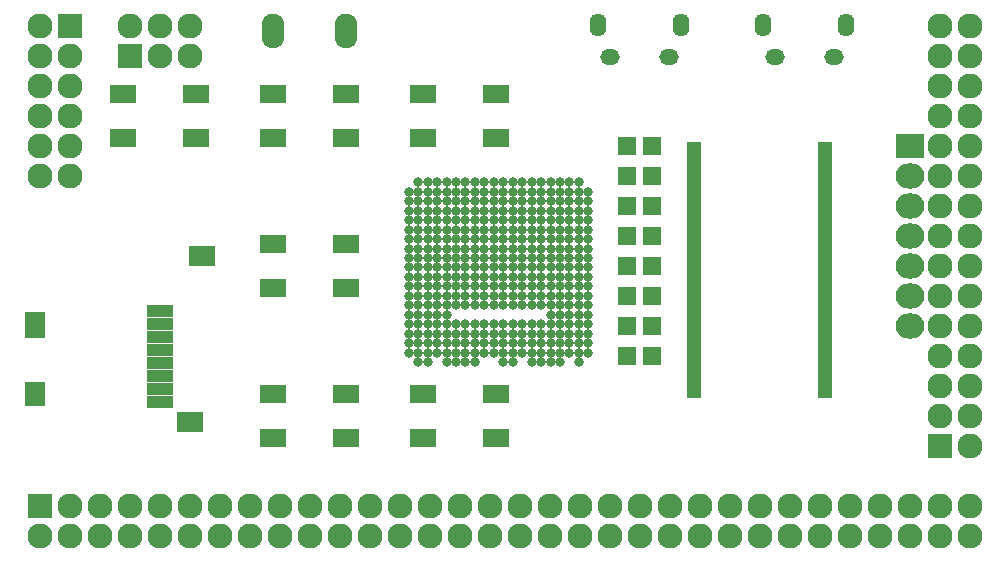
<source format=gbr>
G04 #@! TF.FileFunction,Soldermask,Top*
%FSLAX46Y46*%
G04 Gerber Fmt 4.6, Leading zero omitted, Abs format (unit mm)*
G04 Created by KiCad (PCBNEW 4.0.5+dfsg1-4) date Sun Mar 26 16:44:12 2017*
%MOMM*%
%LPD*%
G01*
G04 APERTURE LIST*
%ADD10C,0.100000*%
%ADD11R,2.200000X1.100000*%
%ADD12R,1.800000X2.000000*%
%ADD13R,1.800000X2.200000*%
%ADD14R,2.300000X1.800000*%
%ADD15O,1.900000X2.950000*%
%ADD16O,1.650000X1.350000*%
%ADD17O,1.400000X1.950000*%
%ADD18R,2.127200X2.127200*%
%ADD19O,2.127200X2.127200*%
%ADD20C,0.800000*%
%ADD21R,1.300000X0.960000*%
%ADD22R,2.200000X1.500000*%
%ADD23R,1.598880X1.598880*%
%ADD24R,2.432000X2.127200*%
%ADD25O,2.432000X2.127200*%
G04 APERTURE END LIST*
D10*
D11*
X106800000Y-88090000D03*
X106800000Y-89190000D03*
X106800000Y-90290000D03*
X106800000Y-91390000D03*
X106800000Y-92490000D03*
X106800000Y-93590000D03*
X106800000Y-94690000D03*
X106800000Y-95790000D03*
D12*
X96200000Y-95080000D03*
D13*
X96200000Y-89280000D03*
D14*
X109350000Y-97480000D03*
X110350000Y-83430000D03*
D15*
X116400000Y-64390000D03*
X122600000Y-64390000D03*
D16*
X144940000Y-66580000D03*
X149940000Y-66580000D03*
D17*
X143940000Y-63880000D03*
X150940000Y-63880000D03*
D16*
X158910000Y-66580000D03*
X163910000Y-66580000D03*
D17*
X157910000Y-63880000D03*
X164910000Y-63880000D03*
D18*
X96640000Y-104600000D03*
D19*
X96640000Y-107140000D03*
X99180000Y-104600000D03*
X99180000Y-107140000D03*
X101720000Y-104600000D03*
X101720000Y-107140000D03*
X104260000Y-104600000D03*
X104260000Y-107140000D03*
X106800000Y-104600000D03*
X106800000Y-107140000D03*
X109340000Y-104600000D03*
X109340000Y-107140000D03*
X111880000Y-104600000D03*
X111880000Y-107140000D03*
X114420000Y-104600000D03*
X114420000Y-107140000D03*
X116960000Y-104600000D03*
X116960000Y-107140000D03*
X119500000Y-104600000D03*
X119500000Y-107140000D03*
X122040000Y-104600000D03*
X122040000Y-107140000D03*
X124580000Y-104600000D03*
X124580000Y-107140000D03*
X127120000Y-104600000D03*
X127120000Y-107140000D03*
X129660000Y-104600000D03*
X129660000Y-107140000D03*
X132200000Y-104600000D03*
X132200000Y-107140000D03*
X134740000Y-104600000D03*
X134740000Y-107140000D03*
X137280000Y-104600000D03*
X137280000Y-107140000D03*
X139820000Y-104600000D03*
X139820000Y-107140000D03*
X142360000Y-104600000D03*
X142360000Y-107140000D03*
X144900000Y-104600000D03*
X144900000Y-107140000D03*
X147440000Y-104600000D03*
X147440000Y-107140000D03*
X149980000Y-104600000D03*
X149980000Y-107140000D03*
X152520000Y-104600000D03*
X152520000Y-107140000D03*
X155060000Y-104600000D03*
X155060000Y-107140000D03*
X157600000Y-104600000D03*
X157600000Y-107140000D03*
X160140000Y-104600000D03*
X160140000Y-107140000D03*
X162680000Y-104600000D03*
X162680000Y-107140000D03*
X165220000Y-104600000D03*
X165220000Y-107140000D03*
X167760000Y-104600000D03*
X167760000Y-107140000D03*
X170300000Y-104600000D03*
X170300000Y-107140000D03*
X172840000Y-104600000D03*
X172840000Y-107140000D03*
X175380000Y-104600000D03*
X175380000Y-107140000D03*
D18*
X172840000Y-99520000D03*
D19*
X175380000Y-99520000D03*
X172840000Y-96980000D03*
X175380000Y-96980000D03*
X172840000Y-94440000D03*
X175380000Y-94440000D03*
X172840000Y-91900000D03*
X175380000Y-91900000D03*
X172840000Y-89360000D03*
X175380000Y-89360000D03*
X172840000Y-86820000D03*
X175380000Y-86820000D03*
X172840000Y-84280000D03*
X175380000Y-84280000D03*
X172840000Y-81740000D03*
X175380000Y-81740000D03*
X172840000Y-79200000D03*
X175380000Y-79200000D03*
X172840000Y-76660000D03*
X175380000Y-76660000D03*
X172840000Y-74120000D03*
X175380000Y-74120000D03*
X172840000Y-71580000D03*
X175380000Y-71580000D03*
X172840000Y-69040000D03*
X175380000Y-69040000D03*
X172840000Y-66500000D03*
X175380000Y-66500000D03*
X172840000Y-63960000D03*
X175380000Y-63960000D03*
D18*
X99180000Y-63960000D03*
D19*
X96640000Y-63960000D03*
X99180000Y-66500000D03*
X96640000Y-66500000D03*
X99180000Y-69040000D03*
X96640000Y-69040000D03*
X99180000Y-71580000D03*
X96640000Y-71580000D03*
X99180000Y-74120000D03*
X96640000Y-74120000D03*
X99180000Y-76660000D03*
X96640000Y-76660000D03*
D20*
X128680000Y-77200000D03*
X129480000Y-77200000D03*
X130280000Y-77200000D03*
X131080000Y-77200000D03*
X131880000Y-77200000D03*
X132680000Y-77200000D03*
X133480000Y-77200000D03*
X134280000Y-77200000D03*
X135080000Y-77200000D03*
X135880000Y-77200000D03*
X136680000Y-77200000D03*
X137480000Y-77200000D03*
X138280000Y-77200000D03*
X139080000Y-77200000D03*
X139880000Y-77200000D03*
X140680000Y-77200000D03*
X141480000Y-77200000D03*
X142280000Y-77200000D03*
X127880000Y-78000000D03*
X128680000Y-78000000D03*
X129480000Y-78000000D03*
X130280000Y-78000000D03*
X131080000Y-78000000D03*
X131880000Y-78000000D03*
X132680000Y-78000000D03*
X133480000Y-78000000D03*
X134280000Y-78000000D03*
X135080000Y-78000000D03*
X135880000Y-78000000D03*
X136680000Y-78000000D03*
X137480000Y-78000000D03*
X138280000Y-78000000D03*
X139080000Y-78000000D03*
X139880000Y-78000000D03*
X140680000Y-78000000D03*
X141480000Y-78000000D03*
X142280000Y-78000000D03*
X143080000Y-78000000D03*
X127880000Y-78800000D03*
X128680000Y-78800000D03*
X129480000Y-78800000D03*
X130280000Y-78800000D03*
X131080000Y-78800000D03*
X131880000Y-78800000D03*
X132680000Y-78800000D03*
X133480000Y-78800000D03*
X134280000Y-78800000D03*
X135080000Y-78800000D03*
X135880000Y-78800000D03*
X136680000Y-78800000D03*
X137480000Y-78800000D03*
X138280000Y-78800000D03*
X139080000Y-78800000D03*
X139880000Y-78800000D03*
X140680000Y-78800000D03*
X141480000Y-78800000D03*
X142280000Y-78800000D03*
X143080000Y-78800000D03*
X127880000Y-79600000D03*
X128680000Y-79600000D03*
X129480000Y-79600000D03*
X130280000Y-79600000D03*
X131080000Y-79600000D03*
X131880000Y-79600000D03*
X132680000Y-79600000D03*
X133480000Y-79600000D03*
X134280000Y-79600000D03*
X135080000Y-79600000D03*
X135880000Y-79600000D03*
X136680000Y-79600000D03*
X137480000Y-79600000D03*
X138280000Y-79600000D03*
X139080000Y-79600000D03*
X139880000Y-79600000D03*
X140680000Y-79600000D03*
X141480000Y-79600000D03*
X142280000Y-79600000D03*
X143080000Y-79600000D03*
X127880000Y-80400000D03*
X128680000Y-80400000D03*
X129480000Y-80400000D03*
X130280000Y-80400000D03*
X131080000Y-80400000D03*
X131880000Y-80400000D03*
X132680000Y-80400000D03*
X133480000Y-80400000D03*
X134280000Y-80400000D03*
X135080000Y-80400000D03*
X135880000Y-80400000D03*
X136680000Y-80400000D03*
X137480000Y-80400000D03*
X138280000Y-80400000D03*
X139080000Y-80400000D03*
X139880000Y-80400000D03*
X140680000Y-80400000D03*
X141480000Y-80400000D03*
X142280000Y-80400000D03*
X143080000Y-80400000D03*
X127880000Y-81200000D03*
X128680000Y-81200000D03*
X129480000Y-81200000D03*
X130280000Y-81200000D03*
X131080000Y-81200000D03*
X131880000Y-81200000D03*
X132680000Y-81200000D03*
X133480000Y-81200000D03*
X134280000Y-81200000D03*
X135080000Y-81200000D03*
X135880000Y-81200000D03*
X136680000Y-81200000D03*
X137480000Y-81200000D03*
X138280000Y-81200000D03*
X139080000Y-81200000D03*
X139880000Y-81200000D03*
X140680000Y-81200000D03*
X141480000Y-81200000D03*
X142280000Y-81200000D03*
X143080000Y-81200000D03*
X127880000Y-82000000D03*
X128680000Y-82000000D03*
X129480000Y-82000000D03*
X130280000Y-82000000D03*
X131080000Y-82000000D03*
X131880000Y-82000000D03*
X132680000Y-82000000D03*
X133480000Y-82000000D03*
X134280000Y-82000000D03*
X135080000Y-82000000D03*
X135880000Y-82000000D03*
X136680000Y-82000000D03*
X137480000Y-82000000D03*
X138280000Y-82000000D03*
X139080000Y-82000000D03*
X139880000Y-82000000D03*
X140680000Y-82000000D03*
X141480000Y-82000000D03*
X142280000Y-82000000D03*
X143080000Y-82000000D03*
X127880000Y-82800000D03*
X128680000Y-82800000D03*
X129480000Y-82800000D03*
X130280000Y-82800000D03*
X131080000Y-82800000D03*
X131880000Y-82800000D03*
X132680000Y-82800000D03*
X133480000Y-82800000D03*
X134280000Y-82800000D03*
X135080000Y-82800000D03*
X135880000Y-82800000D03*
X136680000Y-82800000D03*
X137480000Y-82800000D03*
X138280000Y-82800000D03*
X139080000Y-82800000D03*
X139880000Y-82800000D03*
X140680000Y-82800000D03*
X141480000Y-82800000D03*
X142280000Y-82800000D03*
X143080000Y-82800000D03*
X127880000Y-83600000D03*
X128680000Y-83600000D03*
X129480000Y-83600000D03*
X130280000Y-83600000D03*
X131080000Y-83600000D03*
X131880000Y-83600000D03*
X132680000Y-83600000D03*
X133480000Y-83600000D03*
X134280000Y-83600000D03*
X135080000Y-83600000D03*
X135880000Y-83600000D03*
X136680000Y-83600000D03*
X137480000Y-83600000D03*
X138280000Y-83600000D03*
X139080000Y-83600000D03*
X139880000Y-83600000D03*
X140680000Y-83600000D03*
X141480000Y-83600000D03*
X142280000Y-83600000D03*
X143080000Y-83600000D03*
X127880000Y-84400000D03*
X128680000Y-84400000D03*
X129480000Y-84400000D03*
X130280000Y-84400000D03*
X131080000Y-84400000D03*
X131880000Y-84400000D03*
X132680000Y-84400000D03*
X133480000Y-84400000D03*
X134280000Y-84400000D03*
X135080000Y-84400000D03*
X135880000Y-84400000D03*
X136680000Y-84400000D03*
X137480000Y-84400000D03*
X138280000Y-84400000D03*
X139080000Y-84400000D03*
X139880000Y-84400000D03*
X140680000Y-84400000D03*
X141480000Y-84400000D03*
X142280000Y-84400000D03*
X143080000Y-84400000D03*
X127880000Y-85200000D03*
X128680000Y-85200000D03*
X129480000Y-85200000D03*
X130280000Y-85200000D03*
X131080000Y-85200000D03*
X131880000Y-85200000D03*
X132680000Y-85200000D03*
X133480000Y-85200000D03*
X134280000Y-85200000D03*
X135080000Y-85200000D03*
X135880000Y-85200000D03*
X136680000Y-85200000D03*
X137480000Y-85200000D03*
X138280000Y-85200000D03*
X139080000Y-85200000D03*
X139880000Y-85200000D03*
X140680000Y-85200000D03*
X141480000Y-85200000D03*
X142280000Y-85200000D03*
X143080000Y-85200000D03*
X127880000Y-86000000D03*
X128680000Y-86000000D03*
X129480000Y-86000000D03*
X130280000Y-86000000D03*
X131080000Y-86000000D03*
X131880000Y-86000000D03*
X132680000Y-86000000D03*
X133480000Y-86000000D03*
X134280000Y-86000000D03*
X135080000Y-86000000D03*
X135880000Y-86000000D03*
X136680000Y-86000000D03*
X137480000Y-86000000D03*
X138280000Y-86000000D03*
X139080000Y-86000000D03*
X139880000Y-86000000D03*
X140680000Y-86000000D03*
X141480000Y-86000000D03*
X142280000Y-86000000D03*
X143080000Y-86000000D03*
X127880000Y-86800000D03*
X128680000Y-86800000D03*
X129480000Y-86800000D03*
X130280000Y-86800000D03*
X131080000Y-86800000D03*
X131880000Y-86800000D03*
X132680000Y-86800000D03*
X133480000Y-86800000D03*
X134280000Y-86800000D03*
X135080000Y-86800000D03*
X135880000Y-86800000D03*
X136680000Y-86800000D03*
X137480000Y-86800000D03*
X138280000Y-86800000D03*
X139080000Y-86800000D03*
X139880000Y-86800000D03*
X140680000Y-86800000D03*
X141480000Y-86800000D03*
X142280000Y-86800000D03*
X143080000Y-86800000D03*
X127880000Y-87600000D03*
X128680000Y-87600000D03*
X129480000Y-87600000D03*
X130280000Y-87600000D03*
X131080000Y-87600000D03*
X131880000Y-87600000D03*
X132680000Y-87600000D03*
X133480000Y-87600000D03*
X134280000Y-87600000D03*
X135080000Y-87600000D03*
X135880000Y-87600000D03*
X136680000Y-87600000D03*
X137480000Y-87600000D03*
X138280000Y-87600000D03*
X139080000Y-87600000D03*
X139880000Y-87600000D03*
X140680000Y-87600000D03*
X141480000Y-87600000D03*
X142280000Y-87600000D03*
X143080000Y-87600000D03*
X127880000Y-88400000D03*
X128680000Y-88400000D03*
X129480000Y-88400000D03*
X130280000Y-88400000D03*
X131080000Y-88400000D03*
X139880000Y-88400000D03*
X140680000Y-88400000D03*
X141480000Y-88400000D03*
X142280000Y-88400000D03*
X143080000Y-88400000D03*
X127880000Y-89200000D03*
X128680000Y-89200000D03*
X129480000Y-89200000D03*
X130280000Y-89200000D03*
X131080000Y-89200000D03*
X131880000Y-89200000D03*
X132680000Y-89200000D03*
X133480000Y-89200000D03*
X134280000Y-89200000D03*
X135080000Y-89200000D03*
X135880000Y-89200000D03*
X136680000Y-89200000D03*
X137480000Y-89200000D03*
X138280000Y-89200000D03*
X139080000Y-89200000D03*
X139880000Y-89200000D03*
X140680000Y-89200000D03*
X141480000Y-89200000D03*
X142280000Y-89200000D03*
X143080000Y-89200000D03*
X127880000Y-90000000D03*
X128680000Y-90000000D03*
X129480000Y-90000000D03*
X130280000Y-90000000D03*
X131080000Y-90000000D03*
X131880000Y-90000000D03*
X132680000Y-90000000D03*
X133480000Y-90000000D03*
X134280000Y-90000000D03*
X135080000Y-90000000D03*
X135880000Y-90000000D03*
X136680000Y-90000000D03*
X137480000Y-90000000D03*
X138280000Y-90000000D03*
X139080000Y-90000000D03*
X139880000Y-90000000D03*
X140680000Y-90000000D03*
X141480000Y-90000000D03*
X142280000Y-90000000D03*
X143080000Y-90000000D03*
X127880000Y-90800000D03*
X128680000Y-90800000D03*
X129480000Y-90800000D03*
X130280000Y-90800000D03*
X131080000Y-90800000D03*
X131880000Y-90800000D03*
X132680000Y-90800000D03*
X133480000Y-90800000D03*
X134280000Y-90800000D03*
X135080000Y-90800000D03*
X135880000Y-90800000D03*
X136680000Y-90800000D03*
X137480000Y-90800000D03*
X138280000Y-90800000D03*
X139080000Y-90800000D03*
X139880000Y-90800000D03*
X140680000Y-90800000D03*
X141480000Y-90800000D03*
X142280000Y-90800000D03*
X143080000Y-90800000D03*
X127880000Y-91600000D03*
X128680000Y-91600000D03*
X129480000Y-91600000D03*
X130280000Y-91600000D03*
X131080000Y-91600000D03*
X131880000Y-91600000D03*
X132680000Y-91600000D03*
X133480000Y-91600000D03*
X134280000Y-91600000D03*
X135080000Y-91600000D03*
X135880000Y-91600000D03*
X136680000Y-91600000D03*
X137480000Y-91600000D03*
X138280000Y-91600000D03*
X139080000Y-91600000D03*
X139880000Y-91600000D03*
X140680000Y-91600000D03*
X141480000Y-91600000D03*
X142280000Y-91600000D03*
X143080000Y-91600000D03*
X128680000Y-92400000D03*
X129480000Y-92400000D03*
X131080000Y-92400000D03*
X131880000Y-92400000D03*
X132680000Y-92400000D03*
X133480000Y-92400000D03*
X135880000Y-92400000D03*
X136680000Y-92400000D03*
X138280000Y-92400000D03*
X139080000Y-92400000D03*
X139880000Y-92400000D03*
X140680000Y-92400000D03*
X142280000Y-92400000D03*
D18*
X104260000Y-66500000D03*
D19*
X104260000Y-63960000D03*
X106800000Y-66500000D03*
X106800000Y-63960000D03*
X109340000Y-66500000D03*
X109340000Y-63960000D03*
D21*
X152070000Y-74195000D03*
X163130000Y-94995000D03*
X163130000Y-94195000D03*
X163130000Y-93395000D03*
X163130000Y-92595000D03*
X163130000Y-91795000D03*
X163130000Y-90995000D03*
X163130000Y-90195000D03*
X163130000Y-89395000D03*
X163130000Y-88595000D03*
X163130000Y-87795000D03*
X163130000Y-86995000D03*
X163130000Y-86195000D03*
X163130000Y-85395000D03*
X163130000Y-84595000D03*
X163130000Y-83795000D03*
X163130000Y-82995000D03*
X163130000Y-82195000D03*
X163130000Y-81395000D03*
X163130000Y-80595000D03*
X163130000Y-79795000D03*
X163130000Y-78995000D03*
X163130000Y-78195000D03*
X163130000Y-77395000D03*
X163130000Y-76595000D03*
X163130000Y-75795000D03*
X163130000Y-74995000D03*
X163130000Y-74195000D03*
X152070000Y-74995000D03*
X152070000Y-75795000D03*
X152070000Y-76595000D03*
X152070000Y-77395000D03*
X152070000Y-78195000D03*
X152070000Y-78995000D03*
X152070000Y-79795000D03*
X152070000Y-80595000D03*
X152070000Y-81395000D03*
X152070000Y-82195000D03*
X152070000Y-82995000D03*
X152070000Y-83795000D03*
X152070000Y-84595000D03*
X152070000Y-85395000D03*
X152070000Y-86195000D03*
X152070000Y-86995000D03*
X152070000Y-87795000D03*
X152070000Y-88595000D03*
X152070000Y-89395000D03*
X152070000Y-90195000D03*
X152070000Y-90995000D03*
X152070000Y-91795000D03*
X152070000Y-92595000D03*
X152070000Y-93395000D03*
X152070000Y-94195000D03*
X152070000Y-94995000D03*
D22*
X129100000Y-69730000D03*
X135300000Y-69730000D03*
X129100000Y-73430000D03*
X135300000Y-73430000D03*
X129100000Y-95130000D03*
X135300000Y-95130000D03*
X129100000Y-98830000D03*
X135300000Y-98830000D03*
X116400000Y-69730000D03*
X122600000Y-69730000D03*
X116400000Y-73430000D03*
X122600000Y-73430000D03*
X103700000Y-69730000D03*
X109900000Y-69730000D03*
X103700000Y-73430000D03*
X109900000Y-73430000D03*
X116400000Y-82430000D03*
X122600000Y-82430000D03*
X116400000Y-86130000D03*
X122600000Y-86130000D03*
X116400000Y-95130000D03*
X122600000Y-95130000D03*
X116400000Y-98830000D03*
X122600000Y-98830000D03*
D23*
X146390980Y-91900000D03*
X148489020Y-91900000D03*
X146390980Y-89360000D03*
X148489020Y-89360000D03*
X146390980Y-86820000D03*
X148489020Y-86820000D03*
X146390980Y-84280000D03*
X148489020Y-84280000D03*
X146390980Y-81740000D03*
X148489020Y-81740000D03*
X146390980Y-79200000D03*
X148489020Y-79200000D03*
X146390980Y-76660000D03*
X148489020Y-76660000D03*
X146390980Y-74120000D03*
X148489020Y-74120000D03*
D24*
X170300000Y-74120000D03*
D25*
X170300000Y-76660000D03*
X170300000Y-79200000D03*
X170300000Y-81740000D03*
X170300000Y-84280000D03*
X170300000Y-86820000D03*
X170300000Y-89360000D03*
M02*

</source>
